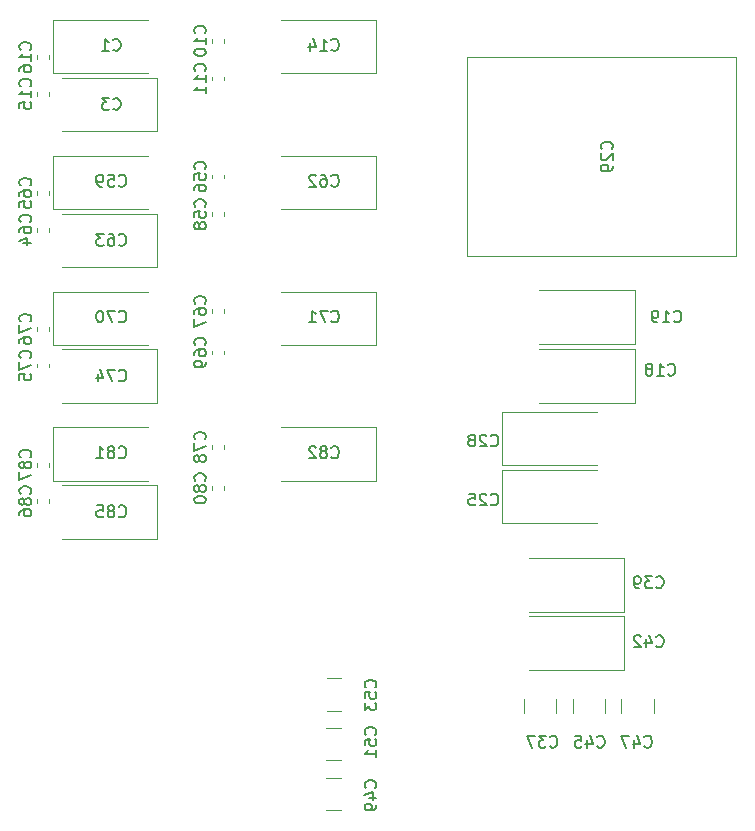
<source format=gbr>
G04 #@! TF.GenerationSoftware,KiCad,Pcbnew,6.0.0-rc1-unknown-589e1f6~66~ubuntu18.04.1*
G04 #@! TF.CreationDate,2018-11-04T22:43:28+01:00*
G04 #@! TF.ProjectId,Ntester,4e746573-7465-4722-9e6b-696361645f70,rev?*
G04 #@! TF.SameCoordinates,Original*
G04 #@! TF.FileFunction,Legend,Bot*
G04 #@! TF.FilePolarity,Positive*
%FSLAX46Y46*%
G04 Gerber Fmt 4.6, Leading zero omitted, Abs format (unit mm)*
G04 Created by KiCad (PCBNEW 6.0.0-rc1-unknown-589e1f6~66~ubuntu18.04.1) date nie, 4 lis 2018, 22:43:28*
%MOMM*%
%LPD*%
G01*
G04 APERTURE LIST*
%ADD10C,0.120000*%
%ADD11C,0.150000*%
G04 APERTURE END LIST*
D10*
G04 #@! TO.C,C85*
X73650000Y-138360000D02*
X65590000Y-138360000D01*
X65590000Y-138360000D02*
X65590000Y-133840000D01*
X65590000Y-133840000D02*
X73650000Y-133840000D01*
G04 #@! TO.C,C81*
X66350000Y-138740000D02*
X74410000Y-138740000D01*
X74410000Y-138740000D02*
X74410000Y-143260000D01*
X74410000Y-143260000D02*
X66350000Y-143260000D01*
G04 #@! TO.C,C86*
X64190000Y-139937221D02*
X64190000Y-140262779D01*
X65210000Y-139937221D02*
X65210000Y-140262779D01*
G04 #@! TO.C,C82*
X84850000Y-133840000D02*
X92910000Y-133840000D01*
X92910000Y-133840000D02*
X92910000Y-138360000D01*
X92910000Y-138360000D02*
X84850000Y-138360000D01*
G04 #@! TO.C,C87*
X64190000Y-136837221D02*
X64190000Y-137162779D01*
X65210000Y-136837221D02*
X65210000Y-137162779D01*
G04 #@! TO.C,C78*
X78990000Y-135337221D02*
X78990000Y-135662779D01*
X80010000Y-135337221D02*
X80010000Y-135662779D01*
G04 #@! TO.C,C80*
X78990000Y-138837221D02*
X78990000Y-139162779D01*
X80010000Y-138837221D02*
X80010000Y-139162779D01*
G04 #@! TO.C,C75*
X65210000Y-128437221D02*
X65210000Y-128762779D01*
X64190000Y-128437221D02*
X64190000Y-128762779D01*
G04 #@! TO.C,C70*
X74410000Y-131760000D02*
X66350000Y-131760000D01*
X74410000Y-127240000D02*
X74410000Y-131760000D01*
X66350000Y-127240000D02*
X74410000Y-127240000D01*
G04 #@! TO.C,C74*
X65590000Y-122340000D02*
X73650000Y-122340000D01*
X65590000Y-126860000D02*
X65590000Y-122340000D01*
X73650000Y-126860000D02*
X65590000Y-126860000D01*
G04 #@! TO.C,C76*
X65210000Y-125337221D02*
X65210000Y-125662779D01*
X64190000Y-125337221D02*
X64190000Y-125662779D01*
G04 #@! TO.C,C71*
X92910000Y-126860000D02*
X84850000Y-126860000D01*
X92910000Y-122340000D02*
X92910000Y-126860000D01*
X84850000Y-122340000D02*
X92910000Y-122340000D01*
G04 #@! TO.C,C69*
X80010000Y-127337221D02*
X80010000Y-127662779D01*
X78990000Y-127337221D02*
X78990000Y-127662779D01*
G04 #@! TO.C,C67*
X80010000Y-123837221D02*
X80010000Y-124162779D01*
X78990000Y-123837221D02*
X78990000Y-124162779D01*
G04 #@! TO.C,C56*
X78990000Y-112437221D02*
X78990000Y-112762779D01*
X80010000Y-112437221D02*
X80010000Y-112762779D01*
G04 #@! TO.C,C58*
X78990000Y-115637221D02*
X78990000Y-115962779D01*
X80010000Y-115637221D02*
X80010000Y-115962779D01*
G04 #@! TO.C,C62*
X84850000Y-110840000D02*
X92910000Y-110840000D01*
X92910000Y-110840000D02*
X92910000Y-115360000D01*
X92910000Y-115360000D02*
X84850000Y-115360000D01*
G04 #@! TO.C,C59*
X66350000Y-115740000D02*
X74410000Y-115740000D01*
X74410000Y-115740000D02*
X74410000Y-120260000D01*
X74410000Y-120260000D02*
X66350000Y-120260000D01*
G04 #@! TO.C,C63*
X73650000Y-115360000D02*
X65590000Y-115360000D01*
X65590000Y-115360000D02*
X65590000Y-110840000D01*
X65590000Y-110840000D02*
X73650000Y-110840000D01*
G04 #@! TO.C,C64*
X64190000Y-116937221D02*
X64190000Y-117262779D01*
X65210000Y-116937221D02*
X65210000Y-117262779D01*
G04 #@! TO.C,C65*
X64190000Y-113837221D02*
X64190000Y-114162779D01*
X65210000Y-113837221D02*
X65210000Y-114162779D01*
G04 #@! TO.C,C47*
X113690000Y-158032064D02*
X113690000Y-156827936D01*
X116410000Y-158032064D02*
X116410000Y-156827936D01*
G04 #@! TO.C,C53*
X88727936Y-155100000D02*
X89932064Y-155100000D01*
X88727936Y-157820000D02*
X89932064Y-157820000D01*
G04 #@! TO.C,C51*
X88717936Y-159320000D02*
X89922064Y-159320000D01*
X88717936Y-162040000D02*
X89922064Y-162040000D01*
G04 #@! TO.C,C49*
X88707936Y-163550000D02*
X89912064Y-163550000D01*
X88707936Y-166270000D02*
X89912064Y-166270000D01*
G04 #@! TO.C,C45*
X109560000Y-158022064D02*
X109560000Y-156817936D01*
X112280000Y-158022064D02*
X112280000Y-156817936D01*
G04 #@! TO.C,C37*
X105420000Y-158032064D02*
X105420000Y-156827936D01*
X108140000Y-158032064D02*
X108140000Y-156827936D01*
G04 #@! TO.C,C29*
X123400000Y-119300000D02*
X123400000Y-102500000D01*
X100600000Y-119300000D02*
X123400000Y-119300000D01*
X100600000Y-102500000D02*
X100600000Y-119300000D01*
X123400000Y-102500000D02*
X100600000Y-102500000D01*
G04 #@! TO.C,C42*
X113910000Y-154360000D02*
X105850000Y-154360000D01*
X113910000Y-149840000D02*
X113910000Y-154360000D01*
X105850000Y-149840000D02*
X113910000Y-149840000D01*
G04 #@! TO.C,C39*
X113910000Y-149460000D02*
X105850000Y-149460000D01*
X113910000Y-144940000D02*
X113910000Y-149460000D01*
X105850000Y-144940000D02*
X113910000Y-144940000D01*
G04 #@! TO.C,C28*
X103590000Y-132540000D02*
X111650000Y-132540000D01*
X103590000Y-137060000D02*
X103590000Y-132540000D01*
X111650000Y-137060000D02*
X103590000Y-137060000D01*
G04 #@! TO.C,C25*
X103590000Y-137440000D02*
X111650000Y-137440000D01*
X103590000Y-141960000D02*
X103590000Y-137440000D01*
X111650000Y-141960000D02*
X103590000Y-141960000D01*
G04 #@! TO.C,C19*
X114810000Y-126760000D02*
X106750000Y-126760000D01*
X114810000Y-122240000D02*
X114810000Y-126760000D01*
X106750000Y-122240000D02*
X114810000Y-122240000D01*
G04 #@! TO.C,C18*
X114810000Y-131760000D02*
X106750000Y-131760000D01*
X114810000Y-127240000D02*
X114810000Y-131760000D01*
X106750000Y-127240000D02*
X114810000Y-127240000D01*
G04 #@! TO.C,C16*
X65210000Y-102337221D02*
X65210000Y-102662779D01*
X64190000Y-102337221D02*
X64190000Y-102662779D01*
G04 #@! TO.C,C15*
X65210000Y-105437221D02*
X65210000Y-105762779D01*
X64190000Y-105437221D02*
X64190000Y-105762779D01*
G04 #@! TO.C,C3*
X65590000Y-99340000D02*
X73650000Y-99340000D01*
X65590000Y-103860000D02*
X65590000Y-99340000D01*
X73650000Y-103860000D02*
X65590000Y-103860000D01*
G04 #@! TO.C,C1*
X74410000Y-108760000D02*
X66350000Y-108760000D01*
X74410000Y-104240000D02*
X74410000Y-108760000D01*
X66350000Y-104240000D02*
X74410000Y-104240000D01*
G04 #@! TO.C,C14*
X92910000Y-103860000D02*
X84850000Y-103860000D01*
X92910000Y-99340000D02*
X92910000Y-103860000D01*
X84850000Y-99340000D02*
X92910000Y-99340000D01*
G04 #@! TO.C,C11*
X80010000Y-104137221D02*
X80010000Y-104462779D01*
X78990000Y-104137221D02*
X78990000Y-104462779D01*
G04 #@! TO.C,C10*
X80010000Y-100937221D02*
X80010000Y-101262779D01*
X78990000Y-100937221D02*
X78990000Y-101262779D01*
G04 #@! TO.C,C85*
D11*
X71142857Y-141357142D02*
X71190476Y-141404761D01*
X71333333Y-141452380D01*
X71428571Y-141452380D01*
X71571428Y-141404761D01*
X71666666Y-141309523D01*
X71714285Y-141214285D01*
X71761904Y-141023809D01*
X71761904Y-140880952D01*
X71714285Y-140690476D01*
X71666666Y-140595238D01*
X71571428Y-140500000D01*
X71428571Y-140452380D01*
X71333333Y-140452380D01*
X71190476Y-140500000D01*
X71142857Y-140547619D01*
X70571428Y-140880952D02*
X70666666Y-140833333D01*
X70714285Y-140785714D01*
X70761904Y-140690476D01*
X70761904Y-140642857D01*
X70714285Y-140547619D01*
X70666666Y-140500000D01*
X70571428Y-140452380D01*
X70380952Y-140452380D01*
X70285714Y-140500000D01*
X70238095Y-140547619D01*
X70190476Y-140642857D01*
X70190476Y-140690476D01*
X70238095Y-140785714D01*
X70285714Y-140833333D01*
X70380952Y-140880952D01*
X70571428Y-140880952D01*
X70666666Y-140928571D01*
X70714285Y-140976190D01*
X70761904Y-141071428D01*
X70761904Y-141261904D01*
X70714285Y-141357142D01*
X70666666Y-141404761D01*
X70571428Y-141452380D01*
X70380952Y-141452380D01*
X70285714Y-141404761D01*
X70238095Y-141357142D01*
X70190476Y-141261904D01*
X70190476Y-141071428D01*
X70238095Y-140976190D01*
X70285714Y-140928571D01*
X70380952Y-140880952D01*
X69285714Y-140452380D02*
X69761904Y-140452380D01*
X69809523Y-140928571D01*
X69761904Y-140880952D01*
X69666666Y-140833333D01*
X69428571Y-140833333D01*
X69333333Y-140880952D01*
X69285714Y-140928571D01*
X69238095Y-141023809D01*
X69238095Y-141261904D01*
X69285714Y-141357142D01*
X69333333Y-141404761D01*
X69428571Y-141452380D01*
X69666666Y-141452380D01*
X69761904Y-141404761D01*
X69809523Y-141357142D01*
G04 #@! TO.C,C81*
X71142857Y-136357142D02*
X71190476Y-136404761D01*
X71333333Y-136452380D01*
X71428571Y-136452380D01*
X71571428Y-136404761D01*
X71666666Y-136309523D01*
X71714285Y-136214285D01*
X71761904Y-136023809D01*
X71761904Y-135880952D01*
X71714285Y-135690476D01*
X71666666Y-135595238D01*
X71571428Y-135500000D01*
X71428571Y-135452380D01*
X71333333Y-135452380D01*
X71190476Y-135500000D01*
X71142857Y-135547619D01*
X70571428Y-135880952D02*
X70666666Y-135833333D01*
X70714285Y-135785714D01*
X70761904Y-135690476D01*
X70761904Y-135642857D01*
X70714285Y-135547619D01*
X70666666Y-135500000D01*
X70571428Y-135452380D01*
X70380952Y-135452380D01*
X70285714Y-135500000D01*
X70238095Y-135547619D01*
X70190476Y-135642857D01*
X70190476Y-135690476D01*
X70238095Y-135785714D01*
X70285714Y-135833333D01*
X70380952Y-135880952D01*
X70571428Y-135880952D01*
X70666666Y-135928571D01*
X70714285Y-135976190D01*
X70761904Y-136071428D01*
X70761904Y-136261904D01*
X70714285Y-136357142D01*
X70666666Y-136404761D01*
X70571428Y-136452380D01*
X70380952Y-136452380D01*
X70285714Y-136404761D01*
X70238095Y-136357142D01*
X70190476Y-136261904D01*
X70190476Y-136071428D01*
X70238095Y-135976190D01*
X70285714Y-135928571D01*
X70380952Y-135880952D01*
X69238095Y-136452380D02*
X69809523Y-136452380D01*
X69523809Y-136452380D02*
X69523809Y-135452380D01*
X69619047Y-135595238D01*
X69714285Y-135690476D01*
X69809523Y-135738095D01*
G04 #@! TO.C,C86*
X63627142Y-139457142D02*
X63674761Y-139409523D01*
X63722380Y-139266666D01*
X63722380Y-139171428D01*
X63674761Y-139028571D01*
X63579523Y-138933333D01*
X63484285Y-138885714D01*
X63293809Y-138838095D01*
X63150952Y-138838095D01*
X62960476Y-138885714D01*
X62865238Y-138933333D01*
X62770000Y-139028571D01*
X62722380Y-139171428D01*
X62722380Y-139266666D01*
X62770000Y-139409523D01*
X62817619Y-139457142D01*
X63150952Y-140028571D02*
X63103333Y-139933333D01*
X63055714Y-139885714D01*
X62960476Y-139838095D01*
X62912857Y-139838095D01*
X62817619Y-139885714D01*
X62770000Y-139933333D01*
X62722380Y-140028571D01*
X62722380Y-140219047D01*
X62770000Y-140314285D01*
X62817619Y-140361904D01*
X62912857Y-140409523D01*
X62960476Y-140409523D01*
X63055714Y-140361904D01*
X63103333Y-140314285D01*
X63150952Y-140219047D01*
X63150952Y-140028571D01*
X63198571Y-139933333D01*
X63246190Y-139885714D01*
X63341428Y-139838095D01*
X63531904Y-139838095D01*
X63627142Y-139885714D01*
X63674761Y-139933333D01*
X63722380Y-140028571D01*
X63722380Y-140219047D01*
X63674761Y-140314285D01*
X63627142Y-140361904D01*
X63531904Y-140409523D01*
X63341428Y-140409523D01*
X63246190Y-140361904D01*
X63198571Y-140314285D01*
X63150952Y-140219047D01*
X62722380Y-141266666D02*
X62722380Y-141076190D01*
X62770000Y-140980952D01*
X62817619Y-140933333D01*
X62960476Y-140838095D01*
X63150952Y-140790476D01*
X63531904Y-140790476D01*
X63627142Y-140838095D01*
X63674761Y-140885714D01*
X63722380Y-140980952D01*
X63722380Y-141171428D01*
X63674761Y-141266666D01*
X63627142Y-141314285D01*
X63531904Y-141361904D01*
X63293809Y-141361904D01*
X63198571Y-141314285D01*
X63150952Y-141266666D01*
X63103333Y-141171428D01*
X63103333Y-140980952D01*
X63150952Y-140885714D01*
X63198571Y-140838095D01*
X63293809Y-140790476D01*
G04 #@! TO.C,C82*
X89142857Y-136357142D02*
X89190476Y-136404761D01*
X89333333Y-136452380D01*
X89428571Y-136452380D01*
X89571428Y-136404761D01*
X89666666Y-136309523D01*
X89714285Y-136214285D01*
X89761904Y-136023809D01*
X89761904Y-135880952D01*
X89714285Y-135690476D01*
X89666666Y-135595238D01*
X89571428Y-135500000D01*
X89428571Y-135452380D01*
X89333333Y-135452380D01*
X89190476Y-135500000D01*
X89142857Y-135547619D01*
X88571428Y-135880952D02*
X88666666Y-135833333D01*
X88714285Y-135785714D01*
X88761904Y-135690476D01*
X88761904Y-135642857D01*
X88714285Y-135547619D01*
X88666666Y-135500000D01*
X88571428Y-135452380D01*
X88380952Y-135452380D01*
X88285714Y-135500000D01*
X88238095Y-135547619D01*
X88190476Y-135642857D01*
X88190476Y-135690476D01*
X88238095Y-135785714D01*
X88285714Y-135833333D01*
X88380952Y-135880952D01*
X88571428Y-135880952D01*
X88666666Y-135928571D01*
X88714285Y-135976190D01*
X88761904Y-136071428D01*
X88761904Y-136261904D01*
X88714285Y-136357142D01*
X88666666Y-136404761D01*
X88571428Y-136452380D01*
X88380952Y-136452380D01*
X88285714Y-136404761D01*
X88238095Y-136357142D01*
X88190476Y-136261904D01*
X88190476Y-136071428D01*
X88238095Y-135976190D01*
X88285714Y-135928571D01*
X88380952Y-135880952D01*
X87809523Y-135547619D02*
X87761904Y-135500000D01*
X87666666Y-135452380D01*
X87428571Y-135452380D01*
X87333333Y-135500000D01*
X87285714Y-135547619D01*
X87238095Y-135642857D01*
X87238095Y-135738095D01*
X87285714Y-135880952D01*
X87857142Y-136452380D01*
X87238095Y-136452380D01*
G04 #@! TO.C,C87*
X63627142Y-136357142D02*
X63674761Y-136309523D01*
X63722380Y-136166666D01*
X63722380Y-136071428D01*
X63674761Y-135928571D01*
X63579523Y-135833333D01*
X63484285Y-135785714D01*
X63293809Y-135738095D01*
X63150952Y-135738095D01*
X62960476Y-135785714D01*
X62865238Y-135833333D01*
X62770000Y-135928571D01*
X62722380Y-136071428D01*
X62722380Y-136166666D01*
X62770000Y-136309523D01*
X62817619Y-136357142D01*
X63150952Y-136928571D02*
X63103333Y-136833333D01*
X63055714Y-136785714D01*
X62960476Y-136738095D01*
X62912857Y-136738095D01*
X62817619Y-136785714D01*
X62770000Y-136833333D01*
X62722380Y-136928571D01*
X62722380Y-137119047D01*
X62770000Y-137214285D01*
X62817619Y-137261904D01*
X62912857Y-137309523D01*
X62960476Y-137309523D01*
X63055714Y-137261904D01*
X63103333Y-137214285D01*
X63150952Y-137119047D01*
X63150952Y-136928571D01*
X63198571Y-136833333D01*
X63246190Y-136785714D01*
X63341428Y-136738095D01*
X63531904Y-136738095D01*
X63627142Y-136785714D01*
X63674761Y-136833333D01*
X63722380Y-136928571D01*
X63722380Y-137119047D01*
X63674761Y-137214285D01*
X63627142Y-137261904D01*
X63531904Y-137309523D01*
X63341428Y-137309523D01*
X63246190Y-137261904D01*
X63198571Y-137214285D01*
X63150952Y-137119047D01*
X62722380Y-137642857D02*
X62722380Y-138309523D01*
X63722380Y-137880952D01*
G04 #@! TO.C,C78*
X78427142Y-134857142D02*
X78474761Y-134809523D01*
X78522380Y-134666666D01*
X78522380Y-134571428D01*
X78474761Y-134428571D01*
X78379523Y-134333333D01*
X78284285Y-134285714D01*
X78093809Y-134238095D01*
X77950952Y-134238095D01*
X77760476Y-134285714D01*
X77665238Y-134333333D01*
X77570000Y-134428571D01*
X77522380Y-134571428D01*
X77522380Y-134666666D01*
X77570000Y-134809523D01*
X77617619Y-134857142D01*
X77522380Y-135190476D02*
X77522380Y-135857142D01*
X78522380Y-135428571D01*
X77950952Y-136380952D02*
X77903333Y-136285714D01*
X77855714Y-136238095D01*
X77760476Y-136190476D01*
X77712857Y-136190476D01*
X77617619Y-136238095D01*
X77570000Y-136285714D01*
X77522380Y-136380952D01*
X77522380Y-136571428D01*
X77570000Y-136666666D01*
X77617619Y-136714285D01*
X77712857Y-136761904D01*
X77760476Y-136761904D01*
X77855714Y-136714285D01*
X77903333Y-136666666D01*
X77950952Y-136571428D01*
X77950952Y-136380952D01*
X77998571Y-136285714D01*
X78046190Y-136238095D01*
X78141428Y-136190476D01*
X78331904Y-136190476D01*
X78427142Y-136238095D01*
X78474761Y-136285714D01*
X78522380Y-136380952D01*
X78522380Y-136571428D01*
X78474761Y-136666666D01*
X78427142Y-136714285D01*
X78331904Y-136761904D01*
X78141428Y-136761904D01*
X78046190Y-136714285D01*
X77998571Y-136666666D01*
X77950952Y-136571428D01*
G04 #@! TO.C,C80*
X78427142Y-138357142D02*
X78474761Y-138309523D01*
X78522380Y-138166666D01*
X78522380Y-138071428D01*
X78474761Y-137928571D01*
X78379523Y-137833333D01*
X78284285Y-137785714D01*
X78093809Y-137738095D01*
X77950952Y-137738095D01*
X77760476Y-137785714D01*
X77665238Y-137833333D01*
X77570000Y-137928571D01*
X77522380Y-138071428D01*
X77522380Y-138166666D01*
X77570000Y-138309523D01*
X77617619Y-138357142D01*
X77950952Y-138928571D02*
X77903333Y-138833333D01*
X77855714Y-138785714D01*
X77760476Y-138738095D01*
X77712857Y-138738095D01*
X77617619Y-138785714D01*
X77570000Y-138833333D01*
X77522380Y-138928571D01*
X77522380Y-139119047D01*
X77570000Y-139214285D01*
X77617619Y-139261904D01*
X77712857Y-139309523D01*
X77760476Y-139309523D01*
X77855714Y-139261904D01*
X77903333Y-139214285D01*
X77950952Y-139119047D01*
X77950952Y-138928571D01*
X77998571Y-138833333D01*
X78046190Y-138785714D01*
X78141428Y-138738095D01*
X78331904Y-138738095D01*
X78427142Y-138785714D01*
X78474761Y-138833333D01*
X78522380Y-138928571D01*
X78522380Y-139119047D01*
X78474761Y-139214285D01*
X78427142Y-139261904D01*
X78331904Y-139309523D01*
X78141428Y-139309523D01*
X78046190Y-139261904D01*
X77998571Y-139214285D01*
X77950952Y-139119047D01*
X77522380Y-139928571D02*
X77522380Y-140023809D01*
X77570000Y-140119047D01*
X77617619Y-140166666D01*
X77712857Y-140214285D01*
X77903333Y-140261904D01*
X78141428Y-140261904D01*
X78331904Y-140214285D01*
X78427142Y-140166666D01*
X78474761Y-140119047D01*
X78522380Y-140023809D01*
X78522380Y-139928571D01*
X78474761Y-139833333D01*
X78427142Y-139785714D01*
X78331904Y-139738095D01*
X78141428Y-139690476D01*
X77903333Y-139690476D01*
X77712857Y-139738095D01*
X77617619Y-139785714D01*
X77570000Y-139833333D01*
X77522380Y-139928571D01*
G04 #@! TO.C,C75*
X63627142Y-127957142D02*
X63674761Y-127909523D01*
X63722380Y-127766666D01*
X63722380Y-127671428D01*
X63674761Y-127528571D01*
X63579523Y-127433333D01*
X63484285Y-127385714D01*
X63293809Y-127338095D01*
X63150952Y-127338095D01*
X62960476Y-127385714D01*
X62865238Y-127433333D01*
X62770000Y-127528571D01*
X62722380Y-127671428D01*
X62722380Y-127766666D01*
X62770000Y-127909523D01*
X62817619Y-127957142D01*
X62722380Y-128290476D02*
X62722380Y-128957142D01*
X63722380Y-128528571D01*
X62722380Y-129814285D02*
X62722380Y-129338095D01*
X63198571Y-129290476D01*
X63150952Y-129338095D01*
X63103333Y-129433333D01*
X63103333Y-129671428D01*
X63150952Y-129766666D01*
X63198571Y-129814285D01*
X63293809Y-129861904D01*
X63531904Y-129861904D01*
X63627142Y-129814285D01*
X63674761Y-129766666D01*
X63722380Y-129671428D01*
X63722380Y-129433333D01*
X63674761Y-129338095D01*
X63627142Y-129290476D01*
G04 #@! TO.C,C70*
X71142857Y-124857142D02*
X71190476Y-124904761D01*
X71333333Y-124952380D01*
X71428571Y-124952380D01*
X71571428Y-124904761D01*
X71666666Y-124809523D01*
X71714285Y-124714285D01*
X71761904Y-124523809D01*
X71761904Y-124380952D01*
X71714285Y-124190476D01*
X71666666Y-124095238D01*
X71571428Y-124000000D01*
X71428571Y-123952380D01*
X71333333Y-123952380D01*
X71190476Y-124000000D01*
X71142857Y-124047619D01*
X70809523Y-123952380D02*
X70142857Y-123952380D01*
X70571428Y-124952380D01*
X69571428Y-123952380D02*
X69476190Y-123952380D01*
X69380952Y-124000000D01*
X69333333Y-124047619D01*
X69285714Y-124142857D01*
X69238095Y-124333333D01*
X69238095Y-124571428D01*
X69285714Y-124761904D01*
X69333333Y-124857142D01*
X69380952Y-124904761D01*
X69476190Y-124952380D01*
X69571428Y-124952380D01*
X69666666Y-124904761D01*
X69714285Y-124857142D01*
X69761904Y-124761904D01*
X69809523Y-124571428D01*
X69809523Y-124333333D01*
X69761904Y-124142857D01*
X69714285Y-124047619D01*
X69666666Y-124000000D01*
X69571428Y-123952380D01*
G04 #@! TO.C,C74*
X71142857Y-129857142D02*
X71190476Y-129904761D01*
X71333333Y-129952380D01*
X71428571Y-129952380D01*
X71571428Y-129904761D01*
X71666666Y-129809523D01*
X71714285Y-129714285D01*
X71761904Y-129523809D01*
X71761904Y-129380952D01*
X71714285Y-129190476D01*
X71666666Y-129095238D01*
X71571428Y-129000000D01*
X71428571Y-128952380D01*
X71333333Y-128952380D01*
X71190476Y-129000000D01*
X71142857Y-129047619D01*
X70809523Y-128952380D02*
X70142857Y-128952380D01*
X70571428Y-129952380D01*
X69333333Y-129285714D02*
X69333333Y-129952380D01*
X69571428Y-128904761D02*
X69809523Y-129619047D01*
X69190476Y-129619047D01*
G04 #@! TO.C,C76*
X63627142Y-124857142D02*
X63674761Y-124809523D01*
X63722380Y-124666666D01*
X63722380Y-124571428D01*
X63674761Y-124428571D01*
X63579523Y-124333333D01*
X63484285Y-124285714D01*
X63293809Y-124238095D01*
X63150952Y-124238095D01*
X62960476Y-124285714D01*
X62865238Y-124333333D01*
X62770000Y-124428571D01*
X62722380Y-124571428D01*
X62722380Y-124666666D01*
X62770000Y-124809523D01*
X62817619Y-124857142D01*
X62722380Y-125190476D02*
X62722380Y-125857142D01*
X63722380Y-125428571D01*
X62722380Y-126666666D02*
X62722380Y-126476190D01*
X62770000Y-126380952D01*
X62817619Y-126333333D01*
X62960476Y-126238095D01*
X63150952Y-126190476D01*
X63531904Y-126190476D01*
X63627142Y-126238095D01*
X63674761Y-126285714D01*
X63722380Y-126380952D01*
X63722380Y-126571428D01*
X63674761Y-126666666D01*
X63627142Y-126714285D01*
X63531904Y-126761904D01*
X63293809Y-126761904D01*
X63198571Y-126714285D01*
X63150952Y-126666666D01*
X63103333Y-126571428D01*
X63103333Y-126380952D01*
X63150952Y-126285714D01*
X63198571Y-126238095D01*
X63293809Y-126190476D01*
G04 #@! TO.C,C71*
X89142857Y-124857142D02*
X89190476Y-124904761D01*
X89333333Y-124952380D01*
X89428571Y-124952380D01*
X89571428Y-124904761D01*
X89666666Y-124809523D01*
X89714285Y-124714285D01*
X89761904Y-124523809D01*
X89761904Y-124380952D01*
X89714285Y-124190476D01*
X89666666Y-124095238D01*
X89571428Y-124000000D01*
X89428571Y-123952380D01*
X89333333Y-123952380D01*
X89190476Y-124000000D01*
X89142857Y-124047619D01*
X88809523Y-123952380D02*
X88142857Y-123952380D01*
X88571428Y-124952380D01*
X87238095Y-124952380D02*
X87809523Y-124952380D01*
X87523809Y-124952380D02*
X87523809Y-123952380D01*
X87619047Y-124095238D01*
X87714285Y-124190476D01*
X87809523Y-124238095D01*
G04 #@! TO.C,C69*
X78427142Y-126857142D02*
X78474761Y-126809523D01*
X78522380Y-126666666D01*
X78522380Y-126571428D01*
X78474761Y-126428571D01*
X78379523Y-126333333D01*
X78284285Y-126285714D01*
X78093809Y-126238095D01*
X77950952Y-126238095D01*
X77760476Y-126285714D01*
X77665238Y-126333333D01*
X77570000Y-126428571D01*
X77522380Y-126571428D01*
X77522380Y-126666666D01*
X77570000Y-126809523D01*
X77617619Y-126857142D01*
X77522380Y-127714285D02*
X77522380Y-127523809D01*
X77570000Y-127428571D01*
X77617619Y-127380952D01*
X77760476Y-127285714D01*
X77950952Y-127238095D01*
X78331904Y-127238095D01*
X78427142Y-127285714D01*
X78474761Y-127333333D01*
X78522380Y-127428571D01*
X78522380Y-127619047D01*
X78474761Y-127714285D01*
X78427142Y-127761904D01*
X78331904Y-127809523D01*
X78093809Y-127809523D01*
X77998571Y-127761904D01*
X77950952Y-127714285D01*
X77903333Y-127619047D01*
X77903333Y-127428571D01*
X77950952Y-127333333D01*
X77998571Y-127285714D01*
X78093809Y-127238095D01*
X78522380Y-128285714D02*
X78522380Y-128476190D01*
X78474761Y-128571428D01*
X78427142Y-128619047D01*
X78284285Y-128714285D01*
X78093809Y-128761904D01*
X77712857Y-128761904D01*
X77617619Y-128714285D01*
X77570000Y-128666666D01*
X77522380Y-128571428D01*
X77522380Y-128380952D01*
X77570000Y-128285714D01*
X77617619Y-128238095D01*
X77712857Y-128190476D01*
X77950952Y-128190476D01*
X78046190Y-128238095D01*
X78093809Y-128285714D01*
X78141428Y-128380952D01*
X78141428Y-128571428D01*
X78093809Y-128666666D01*
X78046190Y-128714285D01*
X77950952Y-128761904D01*
G04 #@! TO.C,C67*
X78427142Y-123357142D02*
X78474761Y-123309523D01*
X78522380Y-123166666D01*
X78522380Y-123071428D01*
X78474761Y-122928571D01*
X78379523Y-122833333D01*
X78284285Y-122785714D01*
X78093809Y-122738095D01*
X77950952Y-122738095D01*
X77760476Y-122785714D01*
X77665238Y-122833333D01*
X77570000Y-122928571D01*
X77522380Y-123071428D01*
X77522380Y-123166666D01*
X77570000Y-123309523D01*
X77617619Y-123357142D01*
X77522380Y-124214285D02*
X77522380Y-124023809D01*
X77570000Y-123928571D01*
X77617619Y-123880952D01*
X77760476Y-123785714D01*
X77950952Y-123738095D01*
X78331904Y-123738095D01*
X78427142Y-123785714D01*
X78474761Y-123833333D01*
X78522380Y-123928571D01*
X78522380Y-124119047D01*
X78474761Y-124214285D01*
X78427142Y-124261904D01*
X78331904Y-124309523D01*
X78093809Y-124309523D01*
X77998571Y-124261904D01*
X77950952Y-124214285D01*
X77903333Y-124119047D01*
X77903333Y-123928571D01*
X77950952Y-123833333D01*
X77998571Y-123785714D01*
X78093809Y-123738095D01*
X77522380Y-124642857D02*
X77522380Y-125309523D01*
X78522380Y-124880952D01*
G04 #@! TO.C,C56*
X78427142Y-111957142D02*
X78474761Y-111909523D01*
X78522380Y-111766666D01*
X78522380Y-111671428D01*
X78474761Y-111528571D01*
X78379523Y-111433333D01*
X78284285Y-111385714D01*
X78093809Y-111338095D01*
X77950952Y-111338095D01*
X77760476Y-111385714D01*
X77665238Y-111433333D01*
X77570000Y-111528571D01*
X77522380Y-111671428D01*
X77522380Y-111766666D01*
X77570000Y-111909523D01*
X77617619Y-111957142D01*
X77522380Y-112861904D02*
X77522380Y-112385714D01*
X77998571Y-112338095D01*
X77950952Y-112385714D01*
X77903333Y-112480952D01*
X77903333Y-112719047D01*
X77950952Y-112814285D01*
X77998571Y-112861904D01*
X78093809Y-112909523D01*
X78331904Y-112909523D01*
X78427142Y-112861904D01*
X78474761Y-112814285D01*
X78522380Y-112719047D01*
X78522380Y-112480952D01*
X78474761Y-112385714D01*
X78427142Y-112338095D01*
X77522380Y-113766666D02*
X77522380Y-113576190D01*
X77570000Y-113480952D01*
X77617619Y-113433333D01*
X77760476Y-113338095D01*
X77950952Y-113290476D01*
X78331904Y-113290476D01*
X78427142Y-113338095D01*
X78474761Y-113385714D01*
X78522380Y-113480952D01*
X78522380Y-113671428D01*
X78474761Y-113766666D01*
X78427142Y-113814285D01*
X78331904Y-113861904D01*
X78093809Y-113861904D01*
X77998571Y-113814285D01*
X77950952Y-113766666D01*
X77903333Y-113671428D01*
X77903333Y-113480952D01*
X77950952Y-113385714D01*
X77998571Y-113338095D01*
X78093809Y-113290476D01*
G04 #@! TO.C,C58*
X78427142Y-115157142D02*
X78474761Y-115109523D01*
X78522380Y-114966666D01*
X78522380Y-114871428D01*
X78474761Y-114728571D01*
X78379523Y-114633333D01*
X78284285Y-114585714D01*
X78093809Y-114538095D01*
X77950952Y-114538095D01*
X77760476Y-114585714D01*
X77665238Y-114633333D01*
X77570000Y-114728571D01*
X77522380Y-114871428D01*
X77522380Y-114966666D01*
X77570000Y-115109523D01*
X77617619Y-115157142D01*
X77522380Y-116061904D02*
X77522380Y-115585714D01*
X77998571Y-115538095D01*
X77950952Y-115585714D01*
X77903333Y-115680952D01*
X77903333Y-115919047D01*
X77950952Y-116014285D01*
X77998571Y-116061904D01*
X78093809Y-116109523D01*
X78331904Y-116109523D01*
X78427142Y-116061904D01*
X78474761Y-116014285D01*
X78522380Y-115919047D01*
X78522380Y-115680952D01*
X78474761Y-115585714D01*
X78427142Y-115538095D01*
X77950952Y-116680952D02*
X77903333Y-116585714D01*
X77855714Y-116538095D01*
X77760476Y-116490476D01*
X77712857Y-116490476D01*
X77617619Y-116538095D01*
X77570000Y-116585714D01*
X77522380Y-116680952D01*
X77522380Y-116871428D01*
X77570000Y-116966666D01*
X77617619Y-117014285D01*
X77712857Y-117061904D01*
X77760476Y-117061904D01*
X77855714Y-117014285D01*
X77903333Y-116966666D01*
X77950952Y-116871428D01*
X77950952Y-116680952D01*
X77998571Y-116585714D01*
X78046190Y-116538095D01*
X78141428Y-116490476D01*
X78331904Y-116490476D01*
X78427142Y-116538095D01*
X78474761Y-116585714D01*
X78522380Y-116680952D01*
X78522380Y-116871428D01*
X78474761Y-116966666D01*
X78427142Y-117014285D01*
X78331904Y-117061904D01*
X78141428Y-117061904D01*
X78046190Y-117014285D01*
X77998571Y-116966666D01*
X77950952Y-116871428D01*
G04 #@! TO.C,C62*
X89142857Y-113357142D02*
X89190476Y-113404761D01*
X89333333Y-113452380D01*
X89428571Y-113452380D01*
X89571428Y-113404761D01*
X89666666Y-113309523D01*
X89714285Y-113214285D01*
X89761904Y-113023809D01*
X89761904Y-112880952D01*
X89714285Y-112690476D01*
X89666666Y-112595238D01*
X89571428Y-112500000D01*
X89428571Y-112452380D01*
X89333333Y-112452380D01*
X89190476Y-112500000D01*
X89142857Y-112547619D01*
X88285714Y-112452380D02*
X88476190Y-112452380D01*
X88571428Y-112500000D01*
X88619047Y-112547619D01*
X88714285Y-112690476D01*
X88761904Y-112880952D01*
X88761904Y-113261904D01*
X88714285Y-113357142D01*
X88666666Y-113404761D01*
X88571428Y-113452380D01*
X88380952Y-113452380D01*
X88285714Y-113404761D01*
X88238095Y-113357142D01*
X88190476Y-113261904D01*
X88190476Y-113023809D01*
X88238095Y-112928571D01*
X88285714Y-112880952D01*
X88380952Y-112833333D01*
X88571428Y-112833333D01*
X88666666Y-112880952D01*
X88714285Y-112928571D01*
X88761904Y-113023809D01*
X87809523Y-112547619D02*
X87761904Y-112500000D01*
X87666666Y-112452380D01*
X87428571Y-112452380D01*
X87333333Y-112500000D01*
X87285714Y-112547619D01*
X87238095Y-112642857D01*
X87238095Y-112738095D01*
X87285714Y-112880952D01*
X87857142Y-113452380D01*
X87238095Y-113452380D01*
G04 #@! TO.C,C59*
X71142857Y-113357142D02*
X71190476Y-113404761D01*
X71333333Y-113452380D01*
X71428571Y-113452380D01*
X71571428Y-113404761D01*
X71666666Y-113309523D01*
X71714285Y-113214285D01*
X71761904Y-113023809D01*
X71761904Y-112880952D01*
X71714285Y-112690476D01*
X71666666Y-112595238D01*
X71571428Y-112500000D01*
X71428571Y-112452380D01*
X71333333Y-112452380D01*
X71190476Y-112500000D01*
X71142857Y-112547619D01*
X70238095Y-112452380D02*
X70714285Y-112452380D01*
X70761904Y-112928571D01*
X70714285Y-112880952D01*
X70619047Y-112833333D01*
X70380952Y-112833333D01*
X70285714Y-112880952D01*
X70238095Y-112928571D01*
X70190476Y-113023809D01*
X70190476Y-113261904D01*
X70238095Y-113357142D01*
X70285714Y-113404761D01*
X70380952Y-113452380D01*
X70619047Y-113452380D01*
X70714285Y-113404761D01*
X70761904Y-113357142D01*
X69714285Y-113452380D02*
X69523809Y-113452380D01*
X69428571Y-113404761D01*
X69380952Y-113357142D01*
X69285714Y-113214285D01*
X69238095Y-113023809D01*
X69238095Y-112642857D01*
X69285714Y-112547619D01*
X69333333Y-112500000D01*
X69428571Y-112452380D01*
X69619047Y-112452380D01*
X69714285Y-112500000D01*
X69761904Y-112547619D01*
X69809523Y-112642857D01*
X69809523Y-112880952D01*
X69761904Y-112976190D01*
X69714285Y-113023809D01*
X69619047Y-113071428D01*
X69428571Y-113071428D01*
X69333333Y-113023809D01*
X69285714Y-112976190D01*
X69238095Y-112880952D01*
G04 #@! TO.C,C63*
X71142857Y-118357142D02*
X71190476Y-118404761D01*
X71333333Y-118452380D01*
X71428571Y-118452380D01*
X71571428Y-118404761D01*
X71666666Y-118309523D01*
X71714285Y-118214285D01*
X71761904Y-118023809D01*
X71761904Y-117880952D01*
X71714285Y-117690476D01*
X71666666Y-117595238D01*
X71571428Y-117500000D01*
X71428571Y-117452380D01*
X71333333Y-117452380D01*
X71190476Y-117500000D01*
X71142857Y-117547619D01*
X70285714Y-117452380D02*
X70476190Y-117452380D01*
X70571428Y-117500000D01*
X70619047Y-117547619D01*
X70714285Y-117690476D01*
X70761904Y-117880952D01*
X70761904Y-118261904D01*
X70714285Y-118357142D01*
X70666666Y-118404761D01*
X70571428Y-118452380D01*
X70380952Y-118452380D01*
X70285714Y-118404761D01*
X70238095Y-118357142D01*
X70190476Y-118261904D01*
X70190476Y-118023809D01*
X70238095Y-117928571D01*
X70285714Y-117880952D01*
X70380952Y-117833333D01*
X70571428Y-117833333D01*
X70666666Y-117880952D01*
X70714285Y-117928571D01*
X70761904Y-118023809D01*
X69857142Y-117452380D02*
X69238095Y-117452380D01*
X69571428Y-117833333D01*
X69428571Y-117833333D01*
X69333333Y-117880952D01*
X69285714Y-117928571D01*
X69238095Y-118023809D01*
X69238095Y-118261904D01*
X69285714Y-118357142D01*
X69333333Y-118404761D01*
X69428571Y-118452380D01*
X69714285Y-118452380D01*
X69809523Y-118404761D01*
X69857142Y-118357142D01*
G04 #@! TO.C,C64*
X63627142Y-116457142D02*
X63674761Y-116409523D01*
X63722380Y-116266666D01*
X63722380Y-116171428D01*
X63674761Y-116028571D01*
X63579523Y-115933333D01*
X63484285Y-115885714D01*
X63293809Y-115838095D01*
X63150952Y-115838095D01*
X62960476Y-115885714D01*
X62865238Y-115933333D01*
X62770000Y-116028571D01*
X62722380Y-116171428D01*
X62722380Y-116266666D01*
X62770000Y-116409523D01*
X62817619Y-116457142D01*
X62722380Y-117314285D02*
X62722380Y-117123809D01*
X62770000Y-117028571D01*
X62817619Y-116980952D01*
X62960476Y-116885714D01*
X63150952Y-116838095D01*
X63531904Y-116838095D01*
X63627142Y-116885714D01*
X63674761Y-116933333D01*
X63722380Y-117028571D01*
X63722380Y-117219047D01*
X63674761Y-117314285D01*
X63627142Y-117361904D01*
X63531904Y-117409523D01*
X63293809Y-117409523D01*
X63198571Y-117361904D01*
X63150952Y-117314285D01*
X63103333Y-117219047D01*
X63103333Y-117028571D01*
X63150952Y-116933333D01*
X63198571Y-116885714D01*
X63293809Y-116838095D01*
X63055714Y-118266666D02*
X63722380Y-118266666D01*
X62674761Y-118028571D02*
X63389047Y-117790476D01*
X63389047Y-118409523D01*
G04 #@! TO.C,C65*
X63627142Y-113357142D02*
X63674761Y-113309523D01*
X63722380Y-113166666D01*
X63722380Y-113071428D01*
X63674761Y-112928571D01*
X63579523Y-112833333D01*
X63484285Y-112785714D01*
X63293809Y-112738095D01*
X63150952Y-112738095D01*
X62960476Y-112785714D01*
X62865238Y-112833333D01*
X62770000Y-112928571D01*
X62722380Y-113071428D01*
X62722380Y-113166666D01*
X62770000Y-113309523D01*
X62817619Y-113357142D01*
X62722380Y-114214285D02*
X62722380Y-114023809D01*
X62770000Y-113928571D01*
X62817619Y-113880952D01*
X62960476Y-113785714D01*
X63150952Y-113738095D01*
X63531904Y-113738095D01*
X63627142Y-113785714D01*
X63674761Y-113833333D01*
X63722380Y-113928571D01*
X63722380Y-114119047D01*
X63674761Y-114214285D01*
X63627142Y-114261904D01*
X63531904Y-114309523D01*
X63293809Y-114309523D01*
X63198571Y-114261904D01*
X63150952Y-114214285D01*
X63103333Y-114119047D01*
X63103333Y-113928571D01*
X63150952Y-113833333D01*
X63198571Y-113785714D01*
X63293809Y-113738095D01*
X62722380Y-115214285D02*
X62722380Y-114738095D01*
X63198571Y-114690476D01*
X63150952Y-114738095D01*
X63103333Y-114833333D01*
X63103333Y-115071428D01*
X63150952Y-115166666D01*
X63198571Y-115214285D01*
X63293809Y-115261904D01*
X63531904Y-115261904D01*
X63627142Y-115214285D01*
X63674761Y-115166666D01*
X63722380Y-115071428D01*
X63722380Y-114833333D01*
X63674761Y-114738095D01*
X63627142Y-114690476D01*
G04 #@! TO.C,C47*
X115642857Y-160857142D02*
X115690476Y-160904761D01*
X115833333Y-160952380D01*
X115928571Y-160952380D01*
X116071428Y-160904761D01*
X116166666Y-160809523D01*
X116214285Y-160714285D01*
X116261904Y-160523809D01*
X116261904Y-160380952D01*
X116214285Y-160190476D01*
X116166666Y-160095238D01*
X116071428Y-160000000D01*
X115928571Y-159952380D01*
X115833333Y-159952380D01*
X115690476Y-160000000D01*
X115642857Y-160047619D01*
X114785714Y-160285714D02*
X114785714Y-160952380D01*
X115023809Y-159904761D02*
X115261904Y-160619047D01*
X114642857Y-160619047D01*
X114357142Y-159952380D02*
X113690476Y-159952380D01*
X114119047Y-160952380D01*
G04 #@! TO.C,C53*
X92857142Y-155857142D02*
X92904761Y-155809523D01*
X92952380Y-155666666D01*
X92952380Y-155571428D01*
X92904761Y-155428571D01*
X92809523Y-155333333D01*
X92714285Y-155285714D01*
X92523809Y-155238095D01*
X92380952Y-155238095D01*
X92190476Y-155285714D01*
X92095238Y-155333333D01*
X92000000Y-155428571D01*
X91952380Y-155571428D01*
X91952380Y-155666666D01*
X92000000Y-155809523D01*
X92047619Y-155857142D01*
X91952380Y-156761904D02*
X91952380Y-156285714D01*
X92428571Y-156238095D01*
X92380952Y-156285714D01*
X92333333Y-156380952D01*
X92333333Y-156619047D01*
X92380952Y-156714285D01*
X92428571Y-156761904D01*
X92523809Y-156809523D01*
X92761904Y-156809523D01*
X92857142Y-156761904D01*
X92904761Y-156714285D01*
X92952380Y-156619047D01*
X92952380Y-156380952D01*
X92904761Y-156285714D01*
X92857142Y-156238095D01*
X91952380Y-157142857D02*
X91952380Y-157761904D01*
X92333333Y-157428571D01*
X92333333Y-157571428D01*
X92380952Y-157666666D01*
X92428571Y-157714285D01*
X92523809Y-157761904D01*
X92761904Y-157761904D01*
X92857142Y-157714285D01*
X92904761Y-157666666D01*
X92952380Y-157571428D01*
X92952380Y-157285714D01*
X92904761Y-157190476D01*
X92857142Y-157142857D01*
G04 #@! TO.C,C51*
X92857142Y-159857142D02*
X92904761Y-159809523D01*
X92952380Y-159666666D01*
X92952380Y-159571428D01*
X92904761Y-159428571D01*
X92809523Y-159333333D01*
X92714285Y-159285714D01*
X92523809Y-159238095D01*
X92380952Y-159238095D01*
X92190476Y-159285714D01*
X92095238Y-159333333D01*
X92000000Y-159428571D01*
X91952380Y-159571428D01*
X91952380Y-159666666D01*
X92000000Y-159809523D01*
X92047619Y-159857142D01*
X91952380Y-160761904D02*
X91952380Y-160285714D01*
X92428571Y-160238095D01*
X92380952Y-160285714D01*
X92333333Y-160380952D01*
X92333333Y-160619047D01*
X92380952Y-160714285D01*
X92428571Y-160761904D01*
X92523809Y-160809523D01*
X92761904Y-160809523D01*
X92857142Y-160761904D01*
X92904761Y-160714285D01*
X92952380Y-160619047D01*
X92952380Y-160380952D01*
X92904761Y-160285714D01*
X92857142Y-160238095D01*
X92952380Y-161761904D02*
X92952380Y-161190476D01*
X92952380Y-161476190D02*
X91952380Y-161476190D01*
X92095238Y-161380952D01*
X92190476Y-161285714D01*
X92238095Y-161190476D01*
G04 #@! TO.C,C49*
X92857142Y-164357142D02*
X92904761Y-164309523D01*
X92952380Y-164166666D01*
X92952380Y-164071428D01*
X92904761Y-163928571D01*
X92809523Y-163833333D01*
X92714285Y-163785714D01*
X92523809Y-163738095D01*
X92380952Y-163738095D01*
X92190476Y-163785714D01*
X92095238Y-163833333D01*
X92000000Y-163928571D01*
X91952380Y-164071428D01*
X91952380Y-164166666D01*
X92000000Y-164309523D01*
X92047619Y-164357142D01*
X92285714Y-165214285D02*
X92952380Y-165214285D01*
X91904761Y-164976190D02*
X92619047Y-164738095D01*
X92619047Y-165357142D01*
X92952380Y-165785714D02*
X92952380Y-165976190D01*
X92904761Y-166071428D01*
X92857142Y-166119047D01*
X92714285Y-166214285D01*
X92523809Y-166261904D01*
X92142857Y-166261904D01*
X92047619Y-166214285D01*
X92000000Y-166166666D01*
X91952380Y-166071428D01*
X91952380Y-165880952D01*
X92000000Y-165785714D01*
X92047619Y-165738095D01*
X92142857Y-165690476D01*
X92380952Y-165690476D01*
X92476190Y-165738095D01*
X92523809Y-165785714D01*
X92571428Y-165880952D01*
X92571428Y-166071428D01*
X92523809Y-166166666D01*
X92476190Y-166214285D01*
X92380952Y-166261904D01*
G04 #@! TO.C,C45*
X111642857Y-160857142D02*
X111690476Y-160904761D01*
X111833333Y-160952380D01*
X111928571Y-160952380D01*
X112071428Y-160904761D01*
X112166666Y-160809523D01*
X112214285Y-160714285D01*
X112261904Y-160523809D01*
X112261904Y-160380952D01*
X112214285Y-160190476D01*
X112166666Y-160095238D01*
X112071428Y-160000000D01*
X111928571Y-159952380D01*
X111833333Y-159952380D01*
X111690476Y-160000000D01*
X111642857Y-160047619D01*
X110785714Y-160285714D02*
X110785714Y-160952380D01*
X111023809Y-159904761D02*
X111261904Y-160619047D01*
X110642857Y-160619047D01*
X109785714Y-159952380D02*
X110261904Y-159952380D01*
X110309523Y-160428571D01*
X110261904Y-160380952D01*
X110166666Y-160333333D01*
X109928571Y-160333333D01*
X109833333Y-160380952D01*
X109785714Y-160428571D01*
X109738095Y-160523809D01*
X109738095Y-160761904D01*
X109785714Y-160857142D01*
X109833333Y-160904761D01*
X109928571Y-160952380D01*
X110166666Y-160952380D01*
X110261904Y-160904761D01*
X110309523Y-160857142D01*
G04 #@! TO.C,C37*
X107642857Y-160857142D02*
X107690476Y-160904761D01*
X107833333Y-160952380D01*
X107928571Y-160952380D01*
X108071428Y-160904761D01*
X108166666Y-160809523D01*
X108214285Y-160714285D01*
X108261904Y-160523809D01*
X108261904Y-160380952D01*
X108214285Y-160190476D01*
X108166666Y-160095238D01*
X108071428Y-160000000D01*
X107928571Y-159952380D01*
X107833333Y-159952380D01*
X107690476Y-160000000D01*
X107642857Y-160047619D01*
X107309523Y-159952380D02*
X106690476Y-159952380D01*
X107023809Y-160333333D01*
X106880952Y-160333333D01*
X106785714Y-160380952D01*
X106738095Y-160428571D01*
X106690476Y-160523809D01*
X106690476Y-160761904D01*
X106738095Y-160857142D01*
X106785714Y-160904761D01*
X106880952Y-160952380D01*
X107166666Y-160952380D01*
X107261904Y-160904761D01*
X107309523Y-160857142D01*
X106357142Y-159952380D02*
X105690476Y-159952380D01*
X106119047Y-160952380D01*
G04 #@! TO.C,C29*
X112857142Y-110257142D02*
X112904761Y-110209523D01*
X112952380Y-110066666D01*
X112952380Y-109971428D01*
X112904761Y-109828571D01*
X112809523Y-109733333D01*
X112714285Y-109685714D01*
X112523809Y-109638095D01*
X112380952Y-109638095D01*
X112190476Y-109685714D01*
X112095238Y-109733333D01*
X112000000Y-109828571D01*
X111952380Y-109971428D01*
X111952380Y-110066666D01*
X112000000Y-110209523D01*
X112047619Y-110257142D01*
X112047619Y-110638095D02*
X112000000Y-110685714D01*
X111952380Y-110780952D01*
X111952380Y-111019047D01*
X112000000Y-111114285D01*
X112047619Y-111161904D01*
X112142857Y-111209523D01*
X112238095Y-111209523D01*
X112380952Y-111161904D01*
X112952380Y-110590476D01*
X112952380Y-111209523D01*
X112952380Y-111685714D02*
X112952380Y-111876190D01*
X112904761Y-111971428D01*
X112857142Y-112019047D01*
X112714285Y-112114285D01*
X112523809Y-112161904D01*
X112142857Y-112161904D01*
X112047619Y-112114285D01*
X112000000Y-112066666D01*
X111952380Y-111971428D01*
X111952380Y-111780952D01*
X112000000Y-111685714D01*
X112047619Y-111638095D01*
X112142857Y-111590476D01*
X112380952Y-111590476D01*
X112476190Y-111638095D01*
X112523809Y-111685714D01*
X112571428Y-111780952D01*
X112571428Y-111971428D01*
X112523809Y-112066666D01*
X112476190Y-112114285D01*
X112380952Y-112161904D01*
G04 #@! TO.C,C42*
X116642857Y-152357142D02*
X116690476Y-152404761D01*
X116833333Y-152452380D01*
X116928571Y-152452380D01*
X117071428Y-152404761D01*
X117166666Y-152309523D01*
X117214285Y-152214285D01*
X117261904Y-152023809D01*
X117261904Y-151880952D01*
X117214285Y-151690476D01*
X117166666Y-151595238D01*
X117071428Y-151500000D01*
X116928571Y-151452380D01*
X116833333Y-151452380D01*
X116690476Y-151500000D01*
X116642857Y-151547619D01*
X115785714Y-151785714D02*
X115785714Y-152452380D01*
X116023809Y-151404761D02*
X116261904Y-152119047D01*
X115642857Y-152119047D01*
X115309523Y-151547619D02*
X115261904Y-151500000D01*
X115166666Y-151452380D01*
X114928571Y-151452380D01*
X114833333Y-151500000D01*
X114785714Y-151547619D01*
X114738095Y-151642857D01*
X114738095Y-151738095D01*
X114785714Y-151880952D01*
X115357142Y-152452380D01*
X114738095Y-152452380D01*
G04 #@! TO.C,C39*
X116642857Y-147357142D02*
X116690476Y-147404761D01*
X116833333Y-147452380D01*
X116928571Y-147452380D01*
X117071428Y-147404761D01*
X117166666Y-147309523D01*
X117214285Y-147214285D01*
X117261904Y-147023809D01*
X117261904Y-146880952D01*
X117214285Y-146690476D01*
X117166666Y-146595238D01*
X117071428Y-146500000D01*
X116928571Y-146452380D01*
X116833333Y-146452380D01*
X116690476Y-146500000D01*
X116642857Y-146547619D01*
X116309523Y-146452380D02*
X115690476Y-146452380D01*
X116023809Y-146833333D01*
X115880952Y-146833333D01*
X115785714Y-146880952D01*
X115738095Y-146928571D01*
X115690476Y-147023809D01*
X115690476Y-147261904D01*
X115738095Y-147357142D01*
X115785714Y-147404761D01*
X115880952Y-147452380D01*
X116166666Y-147452380D01*
X116261904Y-147404761D01*
X116309523Y-147357142D01*
X115214285Y-147452380D02*
X115023809Y-147452380D01*
X114928571Y-147404761D01*
X114880952Y-147357142D01*
X114785714Y-147214285D01*
X114738095Y-147023809D01*
X114738095Y-146642857D01*
X114785714Y-146547619D01*
X114833333Y-146500000D01*
X114928571Y-146452380D01*
X115119047Y-146452380D01*
X115214285Y-146500000D01*
X115261904Y-146547619D01*
X115309523Y-146642857D01*
X115309523Y-146880952D01*
X115261904Y-146976190D01*
X115214285Y-147023809D01*
X115119047Y-147071428D01*
X114928571Y-147071428D01*
X114833333Y-147023809D01*
X114785714Y-146976190D01*
X114738095Y-146880952D01*
G04 #@! TO.C,C28*
X102642857Y-135357142D02*
X102690476Y-135404761D01*
X102833333Y-135452380D01*
X102928571Y-135452380D01*
X103071428Y-135404761D01*
X103166666Y-135309523D01*
X103214285Y-135214285D01*
X103261904Y-135023809D01*
X103261904Y-134880952D01*
X103214285Y-134690476D01*
X103166666Y-134595238D01*
X103071428Y-134500000D01*
X102928571Y-134452380D01*
X102833333Y-134452380D01*
X102690476Y-134500000D01*
X102642857Y-134547619D01*
X102261904Y-134547619D02*
X102214285Y-134500000D01*
X102119047Y-134452380D01*
X101880952Y-134452380D01*
X101785714Y-134500000D01*
X101738095Y-134547619D01*
X101690476Y-134642857D01*
X101690476Y-134738095D01*
X101738095Y-134880952D01*
X102309523Y-135452380D01*
X101690476Y-135452380D01*
X101119047Y-134880952D02*
X101214285Y-134833333D01*
X101261904Y-134785714D01*
X101309523Y-134690476D01*
X101309523Y-134642857D01*
X101261904Y-134547619D01*
X101214285Y-134500000D01*
X101119047Y-134452380D01*
X100928571Y-134452380D01*
X100833333Y-134500000D01*
X100785714Y-134547619D01*
X100738095Y-134642857D01*
X100738095Y-134690476D01*
X100785714Y-134785714D01*
X100833333Y-134833333D01*
X100928571Y-134880952D01*
X101119047Y-134880952D01*
X101214285Y-134928571D01*
X101261904Y-134976190D01*
X101309523Y-135071428D01*
X101309523Y-135261904D01*
X101261904Y-135357142D01*
X101214285Y-135404761D01*
X101119047Y-135452380D01*
X100928571Y-135452380D01*
X100833333Y-135404761D01*
X100785714Y-135357142D01*
X100738095Y-135261904D01*
X100738095Y-135071428D01*
X100785714Y-134976190D01*
X100833333Y-134928571D01*
X100928571Y-134880952D01*
G04 #@! TO.C,C25*
X102642857Y-140357142D02*
X102690476Y-140404761D01*
X102833333Y-140452380D01*
X102928571Y-140452380D01*
X103071428Y-140404761D01*
X103166666Y-140309523D01*
X103214285Y-140214285D01*
X103261904Y-140023809D01*
X103261904Y-139880952D01*
X103214285Y-139690476D01*
X103166666Y-139595238D01*
X103071428Y-139500000D01*
X102928571Y-139452380D01*
X102833333Y-139452380D01*
X102690476Y-139500000D01*
X102642857Y-139547619D01*
X102261904Y-139547619D02*
X102214285Y-139500000D01*
X102119047Y-139452380D01*
X101880952Y-139452380D01*
X101785714Y-139500000D01*
X101738095Y-139547619D01*
X101690476Y-139642857D01*
X101690476Y-139738095D01*
X101738095Y-139880952D01*
X102309523Y-140452380D01*
X101690476Y-140452380D01*
X100785714Y-139452380D02*
X101261904Y-139452380D01*
X101309523Y-139928571D01*
X101261904Y-139880952D01*
X101166666Y-139833333D01*
X100928571Y-139833333D01*
X100833333Y-139880952D01*
X100785714Y-139928571D01*
X100738095Y-140023809D01*
X100738095Y-140261904D01*
X100785714Y-140357142D01*
X100833333Y-140404761D01*
X100928571Y-140452380D01*
X101166666Y-140452380D01*
X101261904Y-140404761D01*
X101309523Y-140357142D01*
G04 #@! TO.C,C19*
X118142857Y-124857142D02*
X118190476Y-124904761D01*
X118333333Y-124952380D01*
X118428571Y-124952380D01*
X118571428Y-124904761D01*
X118666666Y-124809523D01*
X118714285Y-124714285D01*
X118761904Y-124523809D01*
X118761904Y-124380952D01*
X118714285Y-124190476D01*
X118666666Y-124095238D01*
X118571428Y-124000000D01*
X118428571Y-123952380D01*
X118333333Y-123952380D01*
X118190476Y-124000000D01*
X118142857Y-124047619D01*
X117190476Y-124952380D02*
X117761904Y-124952380D01*
X117476190Y-124952380D02*
X117476190Y-123952380D01*
X117571428Y-124095238D01*
X117666666Y-124190476D01*
X117761904Y-124238095D01*
X116714285Y-124952380D02*
X116523809Y-124952380D01*
X116428571Y-124904761D01*
X116380952Y-124857142D01*
X116285714Y-124714285D01*
X116238095Y-124523809D01*
X116238095Y-124142857D01*
X116285714Y-124047619D01*
X116333333Y-124000000D01*
X116428571Y-123952380D01*
X116619047Y-123952380D01*
X116714285Y-124000000D01*
X116761904Y-124047619D01*
X116809523Y-124142857D01*
X116809523Y-124380952D01*
X116761904Y-124476190D01*
X116714285Y-124523809D01*
X116619047Y-124571428D01*
X116428571Y-124571428D01*
X116333333Y-124523809D01*
X116285714Y-124476190D01*
X116238095Y-124380952D01*
G04 #@! TO.C,C18*
X117642857Y-129357142D02*
X117690476Y-129404761D01*
X117833333Y-129452380D01*
X117928571Y-129452380D01*
X118071428Y-129404761D01*
X118166666Y-129309523D01*
X118214285Y-129214285D01*
X118261904Y-129023809D01*
X118261904Y-128880952D01*
X118214285Y-128690476D01*
X118166666Y-128595238D01*
X118071428Y-128500000D01*
X117928571Y-128452380D01*
X117833333Y-128452380D01*
X117690476Y-128500000D01*
X117642857Y-128547619D01*
X116690476Y-129452380D02*
X117261904Y-129452380D01*
X116976190Y-129452380D02*
X116976190Y-128452380D01*
X117071428Y-128595238D01*
X117166666Y-128690476D01*
X117261904Y-128738095D01*
X116119047Y-128880952D02*
X116214285Y-128833333D01*
X116261904Y-128785714D01*
X116309523Y-128690476D01*
X116309523Y-128642857D01*
X116261904Y-128547619D01*
X116214285Y-128500000D01*
X116119047Y-128452380D01*
X115928571Y-128452380D01*
X115833333Y-128500000D01*
X115785714Y-128547619D01*
X115738095Y-128642857D01*
X115738095Y-128690476D01*
X115785714Y-128785714D01*
X115833333Y-128833333D01*
X115928571Y-128880952D01*
X116119047Y-128880952D01*
X116214285Y-128928571D01*
X116261904Y-128976190D01*
X116309523Y-129071428D01*
X116309523Y-129261904D01*
X116261904Y-129357142D01*
X116214285Y-129404761D01*
X116119047Y-129452380D01*
X115928571Y-129452380D01*
X115833333Y-129404761D01*
X115785714Y-129357142D01*
X115738095Y-129261904D01*
X115738095Y-129071428D01*
X115785714Y-128976190D01*
X115833333Y-128928571D01*
X115928571Y-128880952D01*
G04 #@! TO.C,C16*
X63627142Y-101857142D02*
X63674761Y-101809523D01*
X63722380Y-101666666D01*
X63722380Y-101571428D01*
X63674761Y-101428571D01*
X63579523Y-101333333D01*
X63484285Y-101285714D01*
X63293809Y-101238095D01*
X63150952Y-101238095D01*
X62960476Y-101285714D01*
X62865238Y-101333333D01*
X62770000Y-101428571D01*
X62722380Y-101571428D01*
X62722380Y-101666666D01*
X62770000Y-101809523D01*
X62817619Y-101857142D01*
X63722380Y-102809523D02*
X63722380Y-102238095D01*
X63722380Y-102523809D02*
X62722380Y-102523809D01*
X62865238Y-102428571D01*
X62960476Y-102333333D01*
X63008095Y-102238095D01*
X62722380Y-103666666D02*
X62722380Y-103476190D01*
X62770000Y-103380952D01*
X62817619Y-103333333D01*
X62960476Y-103238095D01*
X63150952Y-103190476D01*
X63531904Y-103190476D01*
X63627142Y-103238095D01*
X63674761Y-103285714D01*
X63722380Y-103380952D01*
X63722380Y-103571428D01*
X63674761Y-103666666D01*
X63627142Y-103714285D01*
X63531904Y-103761904D01*
X63293809Y-103761904D01*
X63198571Y-103714285D01*
X63150952Y-103666666D01*
X63103333Y-103571428D01*
X63103333Y-103380952D01*
X63150952Y-103285714D01*
X63198571Y-103238095D01*
X63293809Y-103190476D01*
G04 #@! TO.C,C15*
X63627142Y-104957142D02*
X63674761Y-104909523D01*
X63722380Y-104766666D01*
X63722380Y-104671428D01*
X63674761Y-104528571D01*
X63579523Y-104433333D01*
X63484285Y-104385714D01*
X63293809Y-104338095D01*
X63150952Y-104338095D01*
X62960476Y-104385714D01*
X62865238Y-104433333D01*
X62770000Y-104528571D01*
X62722380Y-104671428D01*
X62722380Y-104766666D01*
X62770000Y-104909523D01*
X62817619Y-104957142D01*
X63722380Y-105909523D02*
X63722380Y-105338095D01*
X63722380Y-105623809D02*
X62722380Y-105623809D01*
X62865238Y-105528571D01*
X62960476Y-105433333D01*
X63008095Y-105338095D01*
X62722380Y-106814285D02*
X62722380Y-106338095D01*
X63198571Y-106290476D01*
X63150952Y-106338095D01*
X63103333Y-106433333D01*
X63103333Y-106671428D01*
X63150952Y-106766666D01*
X63198571Y-106814285D01*
X63293809Y-106861904D01*
X63531904Y-106861904D01*
X63627142Y-106814285D01*
X63674761Y-106766666D01*
X63722380Y-106671428D01*
X63722380Y-106433333D01*
X63674761Y-106338095D01*
X63627142Y-106290476D01*
G04 #@! TO.C,C3*
X70666666Y-106857142D02*
X70714285Y-106904761D01*
X70857142Y-106952380D01*
X70952380Y-106952380D01*
X71095238Y-106904761D01*
X71190476Y-106809523D01*
X71238095Y-106714285D01*
X71285714Y-106523809D01*
X71285714Y-106380952D01*
X71238095Y-106190476D01*
X71190476Y-106095238D01*
X71095238Y-106000000D01*
X70952380Y-105952380D01*
X70857142Y-105952380D01*
X70714285Y-106000000D01*
X70666666Y-106047619D01*
X70333333Y-105952380D02*
X69714285Y-105952380D01*
X70047619Y-106333333D01*
X69904761Y-106333333D01*
X69809523Y-106380952D01*
X69761904Y-106428571D01*
X69714285Y-106523809D01*
X69714285Y-106761904D01*
X69761904Y-106857142D01*
X69809523Y-106904761D01*
X69904761Y-106952380D01*
X70190476Y-106952380D01*
X70285714Y-106904761D01*
X70333333Y-106857142D01*
G04 #@! TO.C,C1*
X70666666Y-101857142D02*
X70714285Y-101904761D01*
X70857142Y-101952380D01*
X70952380Y-101952380D01*
X71095238Y-101904761D01*
X71190476Y-101809523D01*
X71238095Y-101714285D01*
X71285714Y-101523809D01*
X71285714Y-101380952D01*
X71238095Y-101190476D01*
X71190476Y-101095238D01*
X71095238Y-101000000D01*
X70952380Y-100952380D01*
X70857142Y-100952380D01*
X70714285Y-101000000D01*
X70666666Y-101047619D01*
X69714285Y-101952380D02*
X70285714Y-101952380D01*
X70000000Y-101952380D02*
X70000000Y-100952380D01*
X70095238Y-101095238D01*
X70190476Y-101190476D01*
X70285714Y-101238095D01*
G04 #@! TO.C,C14*
X89142857Y-101857142D02*
X89190476Y-101904761D01*
X89333333Y-101952380D01*
X89428571Y-101952380D01*
X89571428Y-101904761D01*
X89666666Y-101809523D01*
X89714285Y-101714285D01*
X89761904Y-101523809D01*
X89761904Y-101380952D01*
X89714285Y-101190476D01*
X89666666Y-101095238D01*
X89571428Y-101000000D01*
X89428571Y-100952380D01*
X89333333Y-100952380D01*
X89190476Y-101000000D01*
X89142857Y-101047619D01*
X88190476Y-101952380D02*
X88761904Y-101952380D01*
X88476190Y-101952380D02*
X88476190Y-100952380D01*
X88571428Y-101095238D01*
X88666666Y-101190476D01*
X88761904Y-101238095D01*
X87333333Y-101285714D02*
X87333333Y-101952380D01*
X87571428Y-100904761D02*
X87809523Y-101619047D01*
X87190476Y-101619047D01*
G04 #@! TO.C,C11*
X78427142Y-103657142D02*
X78474761Y-103609523D01*
X78522380Y-103466666D01*
X78522380Y-103371428D01*
X78474761Y-103228571D01*
X78379523Y-103133333D01*
X78284285Y-103085714D01*
X78093809Y-103038095D01*
X77950952Y-103038095D01*
X77760476Y-103085714D01*
X77665238Y-103133333D01*
X77570000Y-103228571D01*
X77522380Y-103371428D01*
X77522380Y-103466666D01*
X77570000Y-103609523D01*
X77617619Y-103657142D01*
X78522380Y-104609523D02*
X78522380Y-104038095D01*
X78522380Y-104323809D02*
X77522380Y-104323809D01*
X77665238Y-104228571D01*
X77760476Y-104133333D01*
X77808095Y-104038095D01*
X78522380Y-105561904D02*
X78522380Y-104990476D01*
X78522380Y-105276190D02*
X77522380Y-105276190D01*
X77665238Y-105180952D01*
X77760476Y-105085714D01*
X77808095Y-104990476D01*
G04 #@! TO.C,C10*
X78427142Y-100457142D02*
X78474761Y-100409523D01*
X78522380Y-100266666D01*
X78522380Y-100171428D01*
X78474761Y-100028571D01*
X78379523Y-99933333D01*
X78284285Y-99885714D01*
X78093809Y-99838095D01*
X77950952Y-99838095D01*
X77760476Y-99885714D01*
X77665238Y-99933333D01*
X77570000Y-100028571D01*
X77522380Y-100171428D01*
X77522380Y-100266666D01*
X77570000Y-100409523D01*
X77617619Y-100457142D01*
X78522380Y-101409523D02*
X78522380Y-100838095D01*
X78522380Y-101123809D02*
X77522380Y-101123809D01*
X77665238Y-101028571D01*
X77760476Y-100933333D01*
X77808095Y-100838095D01*
X77522380Y-102028571D02*
X77522380Y-102123809D01*
X77570000Y-102219047D01*
X77617619Y-102266666D01*
X77712857Y-102314285D01*
X77903333Y-102361904D01*
X78141428Y-102361904D01*
X78331904Y-102314285D01*
X78427142Y-102266666D01*
X78474761Y-102219047D01*
X78522380Y-102123809D01*
X78522380Y-102028571D01*
X78474761Y-101933333D01*
X78427142Y-101885714D01*
X78331904Y-101838095D01*
X78141428Y-101790476D01*
X77903333Y-101790476D01*
X77712857Y-101838095D01*
X77617619Y-101885714D01*
X77570000Y-101933333D01*
X77522380Y-102028571D01*
G04 #@! TD*
M02*

</source>
